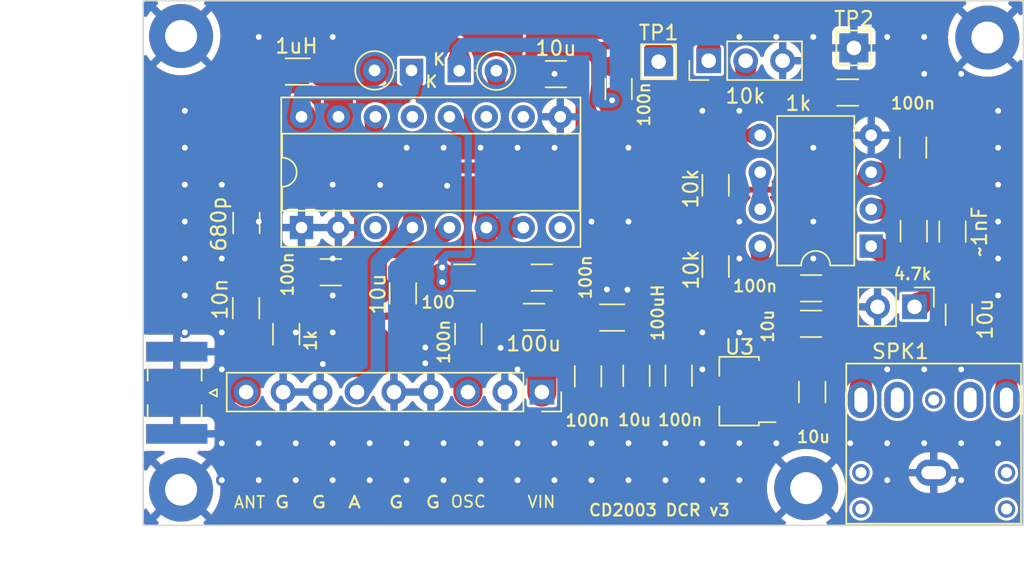
<source format=kicad_pcb>
(kicad_pcb (version 20221018) (generator pcbnew)
  (layers (0 "F.Cu" signal) (31 "B.Cu" signal) (34 "B.Paste" user) (35 "F.Paste" user) (36 "B.SilkS" user "B.Silkscreen") (37 "F.SilkS" user "F.Silkscreen") (38 "B.Mask" user) (39 "F.Mask" user) (44 "Edge.Cuts" user))
  (net 0 "")
  (net 1 "RX_OSC")
  (net 2 "+5V")
  (net 3 "Net-(U1-FM{slash}AM_SW)")
  (net 4 "Net-(D7-K)")
  (net 8 "GND")
  (net 10 "Net-(U1-AM_OSC)")
  (net 12 "RX_AUDIO")
  (net 13 "Net-(C11-Pad1)")
  (net 14 "Net-(C1-Pad2)")
  (net 15 "Net-(U2A-+)")
  (net 16 "Net-(U2A--)")
  (net 17 "+3.3V")
  (net 18 "Net-(U2B--)")
  (net 19 "Net-(RV1-Pad2)")
  (net 20 "5VCLEAN")
  (net 21 "Net-(J1-In)")
  (net 22 "Net-(J2-Pin_1)")
  (net 25 "Net-(U1-AGC)")
  (net 26 "Net-(C14-Pad2)")
  (footprint "TestPoint:TestPoint_THTPad_2.0x2.0mm_Drill1.0mm" (layer "F.Cu") (at 80.46 47.66)
    (fp_text reference "TP1" (at 0 -1.998) (layer "F.SilkS"))
    (fp_text value "Debug_Audio")
    (pad "1" thru_hole rect (at 0 0) (size 2 2) (drill 1) (layers "*.Cu" "*.Mask") (net 14 "Net-(C1-Pad2)"))
  )
  (footprint "Diode_THT:D_DO-35_SOD27_P2.54mm_Vertical_KathodeUp" (layer "F.Cu") (at 66.762 48.278)
    (fp_text reference "D8" hide)
    (fp_text value "1N4148" hide)
    (fp_text user "K" (at -1.382 -0.768) (layer "F.SilkS") (effects (font (size 0.8 0.8))))
    (pad "1" thru_hole rect (at 0 0) (size 1.6 1.6) (drill 0.8) (layers "*.Cu" "*.Mask") (net 20 "5VCLEAN"))
    (pad "2" thru_hole oval (at 2.54 0) (size 1.6 1.6) (drill 0.8) (layers "*.Cu" "*.Mask") (net 4 "Net-(D7-K)"))
  )
  (footprint "Capacitor_SMD:C_1206_3216Metric_Pad1.33x1.80mm_HandSolder" (layer "F.Cu") (at 75.612 69.2955 -90)
    (fp_text reference "C5" hide)
    (fp_text value "100n" (at 3.0345 0.032 180) (layer "F.SilkS") (effects (font (size 0.8 0.8))))
    (pad "1" smd roundrect (at -1.5625 0 270) (size 1.325 1.8) (layers "F.Cu" "F.Paste" "F.Mask") (roundrect_rratio 0.1886792453) (net 2 "+5V"))
    (pad "2" smd roundrect (at 1.5625 0 270) (size 1.325 1.8) (layers "F.Cu" "F.Paste" "F.Mask") (roundrect_rratio 0.1886792453) (net 8 "GND"))
  )
  (footprint "Connector_PinHeader_2.54mm:PinHeader_1x03_P2.54mm_Vertical" (layer "F.Cu") (at 83.9 47.59 90)
    (fp_text reference "RV1" hide)
    (fp_text value "10k" (at -2.432 2.518 180) (layer "F.SilkS"))
    (pad "1" thru_hole rect (at 0 0 90) (size 1.7 1.7) (drill 1) (layers "*.Cu" "*.Mask") (net 14 "Net-(C1-Pad2)"))
    (pad "2" thru_hole oval (at 0 2.54 90) (size 1.7 1.7) (drill 1) (layers "*.Cu" "*.Mask") (net 19 "Net-(RV1-Pad2)"))
    (pad "3" thru_hole oval (at 0 5.08 90) (size 1.7 1.7) (drill 1) (layers "*.Cu" "*.Mask") (net 8 "GND"))
  )
  (footprint "Connector_PinHeader_2.54mm:PinHeader_1x02_P2.54mm_Vertical" (layer "F.Cu") (at 98.044 64.516 -90)
    (fp_text reference "J2" hide)
    (fp_text value "Conn_01x02" hide)
    (pad "1" thru_hole rect (at 0 0 270) (size 1.7 1.7) (drill 1) (layers "*.Cu" "*.Mask") (net 22 "Net-(J2-Pin_1)"))
    (pad "2" thru_hole oval (at 0 2.54 270) (size 1.7 1.7) (drill 1) (layers "*.Cu" "*.Mask") (net 8 "GND"))
  )
  (footprint "Capacitor_SMD:C_1206_3216Metric_Pad1.33x1.80mm_HandSolder" (layer "F.Cu") (at 77.71 49.54 90)
    (fp_text reference "C8" hide)
    (fp_text value "100n" (at -1.06 1.75 90) (layer "F.SilkS") (effects (font (size 0.8 0.8))))
    (pad "1" smd roundrect (at -1.5625 0 90) (size 1.325 1.8) (layers "F.Cu" "F.Paste" "F.Mask") (roundrect_rratio 0.1886792453) (net 20 "5VCLEAN"))
    (pad "2" smd roundrect (at 1.5625 0 90) (size 1.325 1.8) (layers "F.Cu" "F.Paste" "F.Mask") (roundrect_rratio 0.1886792453) (net 8 "GND"))
  )
  (footprint "Capacitor_SMD:C_1206_3216Metric_Pad1.33x1.80mm_HandSolder" (layer "F.Cu") (at 57.942 62.138)
    (fp_text reference "C10" hide)
    (fp_text value "100n" (at -2.982 0.142 90) (layer "F.SilkS") (effects (font (size 0.8 0.8))))
    (pad "1" smd roundrect (at -1.5625 0) (size 1.325 1.8) (layers "F.Cu" "F.Paste" "F.Mask") (roundrect_rratio 0.1886792453) (net 8 "GND"))
    (pad "2" smd roundrect (at 1.5625 0) (size 1.325 1.8) (layers "F.Cu" "F.Paste" "F.Mask") (roundrect_rratio 0.1886792453) (net 3 "Net-(U1-FM{slash}AM_SW)"))
  )
  (footprint "Inductor_SMD:L_1206_3216Metric_Pad1.22x1.90mm_HandSolder" (layer "F.Cu") (at 55.672 48.338)
    (fp_text reference "L1" hide)
    (fp_text value "1uH" (at -0.092 -1.758) (layer "F.SilkS"))
    (pad "1" smd roundrect (at -1.6625 0) (size 1.225 1.9) (layers "F.Cu" "F.Paste" "F.Mask") (roundrect_rratio 0.2040816327) (net 4 "Net-(D7-K)"))
    (pad "2" smd roundrect (at 1.6625 0) (size 1.225 1.9) (layers "F.Cu" "F.Paste" "F.Mask") (roundrect_rratio 0.2040816327) (net 20 "5VCLEAN"))
  )
  (footprint "Capacitor_SMD:C_1206_3216Metric_Pad1.33x1.80mm_HandSolder" (layer "F.Cu") (at 52.137 58.7455 90)
    (fp_text reference "C11" hide)
    (fp_text value "680p" (at -0.0745 -1.897 90) (layer "F.SilkS"))
    (pad "1" smd roundrect (at -1.5625 0 90) (size 1.325 1.8) (layers "F.Cu" "F.Paste" "F.Mask") (roundrect_rratio 0.1886792453) (net 13 "Net-(C11-Pad1)"))
    (pad "2" smd roundrect (at 1.5625 0 90) (size 1.325 1.8) (layers "F.Cu" "F.Paste" "F.Mask") (roundrect_rratio 0.1886792453) (net 4 "Net-(D7-K)"))
  )
  (footprint "Capacitor_SMD:C_1206_3216Metric_Pad1.33x1.80mm_HandSolder" (layer "F.Cu") (at 71.8995 65.208 180)
    (fp_text reference "C6" hide)
    (fp_text value "100u" (at 0.0175 -1.848) (layer "F.SilkS"))
    (pad "1" smd roundrect (at -1.5625 0 180) (size 1.325 1.8) (layers "F.Cu" "F.Paste" "F.Mask") (roundrect_rratio 0.1886792453) (net 2 "+5V"))
    (pad "2" smd roundrect (at 1.5625 0 180) (size 1.325 1.8) (layers "F.Cu" "F.Paste" "F.Mask") (roundrect_rratio 0.1886792453) (net 8 "GND"))
  )
  (footprint "Resistor_SMD:R_1206_3216Metric_Pad1.30x1.75mm_HandSolder" (layer "F.Cu") (at 67.13 62.506)
    (fp_text reference "R14" hide)
    (fp_text value "100" (at -1.81 1.704) (layer "F.SilkS") (effects (font (size 0.8 0.8))))
    (pad "1" smd roundrect (at -1.55 0) (size 1.3 1.75) (layers "F.Cu" "F.Paste" "F.Mask") (roundrect_rratio 0.1923076923) (net 10 "Net-(U1-AM_OSC)"))
    (pad "2" smd roundrect (at 1.55 0) (size 1.3 1.75) (layers "F.Cu" "F.Paste" "F.Mask") (roundrect_rratio 0.1923076923) (net 20 "5VCLEAN"))
  )
  (footprint "Capacitor_SMD:C_1206_3216Metric_Pad1.33x1.80mm_HandSolder" (layer "F.Cu") (at 72.4285 62.506 180)
    (fp_text reference "C9" hide)
    (fp_text value "100n" (at -3.0095 0.022 90) (layer "F.SilkS") (effects (font (size 0.8 0.8))))
    (pad "1" smd roundrect (at -1.5625 0 180) (size 1.325 1.8) (layers "F.Cu" "F.Paste" "F.Mask") (roundrect_rratio 0.1886792453) (net 20 "5VCLEAN"))
    (pad "2" smd roundrect (at 1.5625 0 180) (size 1.325 1.8) (layers "F.Cu" "F.Paste" "F.Mask") (roundrect_rratio 0.1886792453) (net 8 "GND"))
  )
  (footprint "MountingHole:MountingHole_2.2mm_M2_Pad" (layer "F.Cu") (at 90.6 76.984 180)
    (fp_text reference "H2" hide)
    (fp_text value "MountingHole_Pad" hide)
    (pad "1" thru_hole circle (at 0 0 180) (size 4.4 4.4) (drill 2.2) (layers "*.Cu" "*.Mask") (net 8 "GND"))
  )
  (footprint "MountingHole:MountingHole_2.2mm_M2_Pad" (layer "F.Cu") (at 47.649274 77.087274)
    (fp_text reference "H4" hide)
    (fp_text value "MountingHole_Pad" hide)
    (pad "1" thru_hole circle (at 0 0) (size 4.4 4.4) (drill 2.2) (layers "*.Cu" "*.Mask") (net 8 "GND"))
  )
  (footprint "Capacitor_SMD:C_1206_3216Metric_Pad1.33x1.80mm_HandSolder" (layer "F.Cu") (at 78.937 69.258 -90)
    (fp_text reference "C3" hide)
    (fp_text value "10u" (at 3.04 0.127 180) (layer "F.SilkS") (effects (font (size 0.8 0.8))))
    (pad "1" smd roundrect (at -1.5625 0 270) (size 1.325 1.8) (layers "F.Cu" "F.Paste" "F.Mask") (roundrect_rratio 0.1886792453) (net 20 "5VCLEAN"))
    (pad "2" smd roundrect (at 1.5625 0 270) (size 1.325 1.8) (layers "F.Cu" "F.Paste" "F.Mask") (roundrect_rratio 0.1886792453) (net 8 "GND"))
  )
  (footprint "MountingHole:MountingHole_2.2mm_M2_Pad" (layer "F.Cu") (at 47.649274 45.892726 180)
    (fp_text reference "H1" hide)
    (fp_text value "MountingHole_Pad" hide)
    (pad "1" thru_hole circle (at 0 0 180) (size 4.4 4.4) (drill 2.2) (layers "*.Cu" "*.Mask") (net 8 "GND"))
  )
  (footprint "Inductor_SMD:L_1206_3216Metric_Pad1.22x1.90mm_HandSolder" (layer "F.Cu") (at 77.262 65.258)
    (fp_text reference "L2" hide)
    (fp_text value "100uH" (at 3.138 -0.338 90) (layer "F.SilkS") (effects (font (size 0.8 0.8))))
    (pad "1" smd roundrect (at -1.6625 0) (size 1.225 1.9) (layers "F.Cu" "F.Paste" "F.Mask") (roundrect_rratio 0.2040816327) (net 2 "+5V"))
    (pad "2" smd roundrect (at 1.6625 0) (size 1.225 1.9) (layers "F.Cu" "F.Paste" "F.Mask") (roundrect_rratio 0.2040816327) (net 20 "5VCLEAN"))
  )
  (footprint "footprints:PinSocket_1x09_P2.54mm_Vertical_Custom" (layer "F.Cu") (at 72.438 70.38 -90)
    (fp_text reference "JP1" hide)
    (fp_text value "Pin Header" hide)
    (pad "1" thru_hole rect (at 0 0 270) (size 1.7 1.7) (drill 1) (layers "*.Cu" "*.Mask") (net 2 "+5V"))
    (pad "2" thru_hole oval (at 0 2.54 270) (size 1.7 1.7) (drill 1) (layers "*.Cu" "*.Mask") (net 8 "GND"))
    (pad "3" thru_hole oval (at 0 5.08 270) (size 1.7 1.7) (drill 1) (layers "*.Cu" "*.Mask") (net 1 "RX_OSC"))
    (pad "4" thru_hole oval (at 0 7.62 270) (size 1.7 1.7) (drill 1) (layers "*.Cu" "*.Mask") (net 8 "GND"))
    (pad "5" thru_hole oval (at 0 10.16 270) (size 1.7 1.7) (drill 1) (layers "*.Cu" "*.Mask") (net 8 "GND"))
    (pad "6" thru_hole oval (at 0 12.7 270) (size 1.7 1.7) (drill 1) (layers "*.Cu" "*.Mask") (net 12 "RX_AUDIO"))
    (pad "7" thru_hole oval (at 0 15.24 270) (size 1.7 1.7) (drill 1) (layers "*.Cu" "*.Mask") (net 8 "GND"))
    (pad "8" thru_hole oval (at 0 17.78 270) (size 1.7 1.7) (drill 1) (layers "*.Cu" "*.Mask") (net 8 "GND"))
    (pad "9" thru_hole oval (at 0 20.32 270) (size 1.7 1.7) (drill 1) (layers "*.Cu" "*.Mask") (net 21 "Net-(J1-In)"))
  )
  (footprint "Capacitor_SMD:C_1206_3216Metric_Pad1.33x1.80mm_HandSolder" (layer "F.Cu") (at 90.9395 63.243)
    (fp_text reference "C12" hide)
    (fp_text value "100n" (at -3.8495 -0.153 180) (layer "F.SilkS") (effects (font (size 0.8 0.8))))
    (pad "1" smd roundrect (at -1.5625 0) (size 1.325 1.8) (layers "F.Cu" "F.Paste" "F.Mask") (roundrect_rratio 0.1886792453) (net 17 "+3.3V"))
    (pad "2" smd roundrect (at 1.5625 0) (size 1.325 1.8) (layers "F.Cu" "F.Paste" "F.Mask") (roundrect_rratio 0.1886792453) (net 8 "GND"))
  )
  (footprint "Capacitor_SMD:C_1206_3216Metric_Pad1.33x1.80mm_HandSolder" (layer "F.Cu") (at 97.942 53.57 90)
    (fp_text reference "C2" hide)
    (fp_text value "100n" (at 3.048 0 180) (layer "F.SilkS") (effects (font (size 0.8 0.8))))
    (pad "1" smd roundrect (at -1.5625 0 90) (size 1.325 1.8) (layers "F.Cu" "F.Paste" "F.Mask") (roundrect_rratio 0.1886792453) (net 15 "Net-(U2A-+)"))
    (pad "2" smd roundrect (at 1.5625 0 90) (size 1.325 1.8) (layers "F.Cu" "F.Paste" "F.Mask") (roundrect_rratio 0.1886792453) (net 8 "GND"))
  )
  (footprint "Capacitor_SMD:C_1206_3216Metric_Pad1.33x1.80mm_HandSolder" (layer "F.Cu") (at 91.012 70.378 -90)
    (fp_text reference "C13" hide)
    (fp_text value "10u" (at 3.082 -0.088 180) (layer "F.SilkS") (effects (font (size 0.8 0.8))))
    (pad "1" smd roundrect (at -1.5625 0 270) (size 1.325 1.8) (layers "F.Cu" "F.Paste" "F.Mask") (roundrect_rratio 0.1886792453) (net 17 "+3.3V"))
    (pad "2" smd roundrect (at 1.5625 0 270) (size 1.325 1.8) (layers "F.Cu" "F.Paste" "F.Mask") (roundrect_rratio 0.1886792453) (net 8 "GND"))
  )
  (footprint "Capacitor_SMD:C_1206_3216Metric_Pad1.33x1.80mm_HandSolder" (layer "F.Cu") (at 90.932 65.683 180)
    (fp_text reference "C15" hide)
    (fp_text value "10u" (at 2.972 -0.167 90) (layer "F.SilkS") (effects (font (size 0.8 0.8))))
    (pad "1" smd roundrect (at -1.5625 0 180) (size 1.325 1.8) (layers "F.Cu" "F.Paste" "F.Mask") (roundrect_rratio 0.1886792453) (net 8 "GND"))
    (pad "2" smd roundrect (at 1.5625 0 180) (size 1.325 1.8) (layers "F.Cu" "F.Paste" "F.Mask") (roundrect_rratio 0.1886792453) (net 17 "+3.3V"))
  )
  (footprint "TestPoint:TestPoint_THTPad_2.0x2.0mm_Drill1.0mm" (layer "F.Cu") (at 93.878 46.712)
    (fp_text reference "TP2" (at 0 -1.998) (layer "F.SilkS"))
    (fp_text value "GND" hide)
    (pad "1" thru_hole rect (at 0 0) (size 2 2) (drill 1) (layers "*.Cu" "*.Mask") (net 8 "GND"))
  )
  (footprint "Capacitor_SMD:C_1206_3216Metric_Pad1.33x1.80mm_HandSolder" (layer "F.Cu") (at 52.112 64.608 -90)
    (fp_text reference "C17" hide)
    (fp_text value "10n" (at -0.618 1.782 90) (layer "F.SilkS"))
    (pad "1" smd roundrect (at -1.5625 0 270) (size 1.325 1.8) (layers "F.Cu" "F.Paste" "F.Mask") (roundrect_rratio 0.1886792453) (net 13 "Net-(C11-Pad1)"))
    (pad "2" smd roundrect (at 1.5625 0 270) (size 1.325 1.8) (layers "F.Cu" "F.Paste" "F.Mask") (roundrect_rratio 0.1886792453) (net 21 "Net-(J1-In)"))
  )
  (footprint "Capacitor_SMD:C_1206_3216Metric_Pad1.33x1.80mm_HandSolder" (layer "F.Cu") (at 67.387 66.383 -90)
    (fp_text reference "C21" hide)
    (fp_text value "100n" (at 0.537 1.687 90) (layer "F.SilkS") (effects (font (size 0.8 0.8))))
    (pad "1" smd roundrect (at -1.5625 0 270) (size 1.325 1.8) (layers "F.Cu" "F.Paste" "F.Mask") (roundrect_rratio 0.1886792453) (net 10 "Net-(U1-AM_OSC)"))
    (pad "2" smd roundrect (at 1.5625 0 270) (size 1.325 1.8) (layers "F.Cu" "F.Paste" "F.Mask") (roundrect_rratio 0.1886792453) (net 1 "RX_OSC"))
  )
  (footprint "Capacitor_SMD:C_1206_3216Metric_Pad1.33x1.80mm_HandSolder" (layer "F.Cu") (at 62.89 63.5925 -90)
    (fp_text reference "C16" hide)
    (fp_text value " 10u" (at 0.4275 1.71 90) (layer "F.SilkS"))
    (pad "1" smd roundrect (at -1.5625 0 270) (size 1.325 1.8) (layers "F.Cu" "F.Paste" "F.Mask") (roundrect_rratio 0.1886792453) (net 25 "Net-(U1-AGC)"))
    (pad "2" smd roundrect (at 1.5625 0 270) (size 1.325 1.8) (layers "F.Cu" "F.Paste" "F.Mask") (roundrect_rratio 0.1886792453) (net 8 "GND"))
  )
  (footprint "Capacitor_SMD:C_1206_3216Metric_Pad1.33x1.80mm_HandSolder" (layer "F.Cu") (at 100.652 59.3455 90)
    (fp_text reference "C7" hide)
    (fp_text value "~1nF" (at 0 1.85 90) (layer "F.SilkS"))
    (pad "1" smd roundrect (at -1.5625 0 90) (size 1.325 1.8) (layers "F.Cu" "F.Paste" "F.Mask") (roundrect_rratio 0.1886792453) (net 22 "Net-(J2-Pin_1)"))
    (pad "2" smd roundrect (at 1.5625 0 90) (size 1.325 1.8) (layers "F.Cu" "F.Paste" "F.Mask") (roundrect_rratio 0.1886792453) (net 16 "Net-(U2A--)"))
  )
  (footprint "Resistor_SMD:R_1206_3216Metric_Pad1.30x1.75mm_HandSolder" (layer "F.Cu") (at 54.872 66.398 -90)
    (fp_text reference "R13" hide)
    (fp_text value "1k" (at 0.432 -1.678 90) (layer "F.SilkS") (effects (font (size 0.8 0.8))))
    (pad "1" smd roundrect (at -1.55 0 270) (size 1.3 1.75) (layers "F.Cu" "F.Paste" "F.Mask") (roundrect_rratio 0.1923076923) (net 13 "Net-(C11-Pad1)"))
    (pad "2" smd roundrect (at 1.55 0 270) (size 1.3 1.75) (layers "F.Cu" "F.Paste" "F.Mask") (roundrect_rratio 0.1923076923) (net 8 "GND"))
  )
  (footprint "Resistor_SMD:R_1206_3216Metric_Pad1.30x1.75mm_HandSolder" (layer "F.Cu") (at 84.376 61.744 90)
    (fp_text reference "R1" hide)
    (fp_text value "10k" (at -0.226 -1.676 90) (layer "F.SilkS"))
    (pad "1" smd roundrect (at -1.55 0 90) (size 1.3 1.75) (layers "F.Cu" "F.Paste" "F.Mask") (roundrect_rratio 0.1923076923) (net 17 "+3.3V"))
    (pad "2" smd roundrect (at 1.55 0 90) (size 1.3 1.75) (layers "F.Cu" "F.Paste" "F.Mask") (roundrect_rratio 0.1923076923) (net 15 "Net-(U2A-+)"))
  )
  (footprint "Resistor_SMD:R_1206_3216Metric_Pad1.30x1.75mm_HandSolder" (layer "F.Cu") (at 93.45 49.778 180)
    (fp_text reference "Rin1" hide)
    (fp_text value "1k" (at 3.382 -0.744) (layer "F.SilkS"))
    (pad "1" smd roundrect (at -1.55 0 180) (size 1.3 1.75) (layers "F.Cu" "F.Paste" "F.Mask") (roundrect_rratio 0.1923076923) (net 16 "Net-(U2A--)"))
    (pad "2" smd roundrect (at 1.55 0 180) (size 1.3 1.75) (layers "F.Cu" "F.Paste" "F.Mask") (roundrect_rratio 0.1923076923) (net 19 "Net-(RV1-Pad2)"))
  )
  (footprint "Connector_Coaxial:SMA_Samtec_SMA-J-P-X-ST-EM1_EdgeMount" (layer "F.Cu") (at 47.352 70.428 -90)
    (fp_text reference "J1" hide)
    (fp_text value "SMA Edge Mount" hide)
    (pad "1" smd rect (at 0 0.2 270) (size 1.27 3.6) (layers "F.Cu" "F.Paste" "F.Mask") (net 21 "Net-(J1-In)"))
    (pad "2" smd rect (at -2.825 0 270) (size 1.35 4.2) (layers "F.Cu" "F.Paste" "F.Mask") (net 8 "GND"))
    (pad "2" smd rect (at -2.825 0 270) (size 1.35 4.2) (layers "B.Cu" "B.Paste" "B.Mask") (net 8 "GND"))
    (pad "2" smd rect (at 2.825 0 270) (size 1.35 4.2) (layers "F.Cu" "F.Paste" "F.Mask") (net 8 "GND"))
    (pad "2" smd rect (at 2.825 0 270) (size 1.35 4.2) (layers "B.Cu" "B.Paste" "B.Mask") (net 8 "GND"))
  )
  (footprint "Resistor_SMD:R_1206_3216Metric_Pad1.30x1.75mm_HandSolder" (layer "F.Cu") (at 97.992 59.313 90)
    (fp_text reference "Rf1" hide)
    (fp_text value "4.7k" (at -2.947 -0.082) (layer "F.SilkS") (effects (font (size 0.8 0.8))))
    (pad "1" smd roundrect (at -1.55 0 90) (size 1.3 1.75) (layers "F.Cu" "F.Paste" "F.Mask") (roundrect_rratio 0.1923076923) (net 22 "Net-(J2-Pin_1)"))
    (pad "2" smd roundrect (at 1.55 0 90) (size 1.3 1.75) (layers "F.Cu" "F.Paste" "F.Mask") (roundrect_rratio 0.1923076923) (net 16 "Net-(U2A--)"))
  )
  (footprint "MountingHole:MountingHole_2.2mm_M2_Pad" (layer "F.Cu") (at 103.046 45.996)
    (fp_text reference "H3" hide)
    (fp_text value "MountingHole_Pad" hide)
    (pad "1" thru_hole circle (at 0 0) (size 4.4 4.4) (drill 2.2) (layers "*.Cu" "*.Mask") (net 8 "GND"))
  )
  (footprint "Capacitor_SMD:C_1206_3216Metric_Pad1.33x1.80mm_HandSolder" (layer "F.Cu") (at 73.406 48.514 180)
    (fp_text reference "C1" hide)
    (fp_text value "10u" (at 0 1.778) (layer "F.SilkS"))
    (pad "1" smd roundrect (at -1.5625 0 180) (size 1.325 1.8) (layers "F.Cu" "F.Paste" "F.Mask") (roundrect_rratio 0.1886792453) (net 12 "RX_AUDIO"))
    (pad "2" smd roundrect (at 1.5625 0 180) (size 1.325 1.8) (layers "F.Cu" "F.Paste" "F.Mask") (roundrect_rratio 0.1886792453) (net 14 "Net-(C1-Pad2)"))
  )
  (footprint "Resistor_SMD:R_1206_3216Metric_Pad1.30x1.75mm_HandSolder" (layer "F.Cu") (at 84.376 56.156 90)
    (fp_text reference "R2" hide)
    (fp_text value "10k" (at -0.234 -1.706 90) (layer "F.SilkS"))
    (pad "1" smd roundrect (at -1.55 0 90) (size 1.3 1.75) (layers "F.Cu" "F.Paste" "F.Mask") (roundrect_rratio 0.1923076923) (net 15 "Net-(U2A-+)"))
    (pad "2" smd roundrect (at 1.55 0 90) (size 1.3 1.75) (layers "F.Cu" "F.Paste" "F.Mask") (roundrect_rratio 0.1923076923) (net 8 "GND"))
  )
  (footprint "Diode_THT:D_DO-35_SOD27_P2.54mm_Vertical_KathodeUp" (layer "F.Cu") (at 63.482 48.258 180)
    (fp_text reference "D7" hide)
    (fp_text value "1N4148" hide)
    (fp_text user "K" (at -1.368 -0.782) (layer "F.SilkS") (effects (font (size 0.8 0.8))))
    (pad "1" thru_hole rect (at 0 0 180) (size 1.6 1.6) (drill 0.8) (layers "*.Cu" "*.Mask") (net 4 "Net-(D7-K)"))
    (pad "2" thru_hole oval (at 2.54 0 180) (size 1.6 1.6) (drill 0.8) (layers "*.Cu" "*.Mask") (net 20 "5VCLEAN"))
  )
  (footprint "Package_TO_SOT_SMD:SOT-89-3" (layer "F.Cu") (at 85.992 70.318 180)
    (fp_text reference "U3" (at -0.028 3.038 180) (layer "F.SilkS"))
    (fp_text value "HT7833 SOT89 3.3V 500mA LDO" hide)
    (pad "1" smd rect (at -1.95 -1.5 180) (size 1.3 0.9) (layers "F.Cu" "F.Paste" "F.Mask") (net 8 "GND"))
    (pad "2" smd custom (at -1.8625 0 180) (size 1.475 0.9) (layers "F.Cu" "F.Paste" "F.Mask") (net 20 "5VCLEAN") (options (clearance outline) (anchor rect)) (primitives (gr_poly (pts (xy 3.8625 0.8665) (xy 0.7375 0.8665) (xy 0.7375 -0.8665) (xy 3.8625 -0.8665)) (width 0) (fill yes))))
    (pad "3" smd rect (at -1.95 1.5 180) (size 1.3 0.9) (layers "F.Cu" "F.Paste" "F.Mask") (net 17 "+3.3V"))
  )
  (footprint "Capacitor_SMD:C_1206_3216Metric_Pad1.33x1.80mm_HandSolder" (layer "F.Cu") (at 81.84 69.2475 -90)
    (fp_text reference "C4" hide)
    (fp_text value "100n" (at 3.052 -0.103 -180) (layer "F.SilkS") (effects (font (size 0.8 0.8))))
    (pad "1" smd roundrect (at -1.5625 0 270) (size 1.325 1.8) (layers "F.Cu" "F.Paste" "F.Mask") (roundrect_rratio 0.1886792453) (net 20 "5VCLEAN"))
    (pad "2" smd roundrect (at 1.5625 0 270) (size 1.325 1.8) (layers "F.Cu" "F.Paste" "F.Mask") (roundrect_rratio 0.1886792453) (net 8 "GND"))
  )
  (footprint "Capacitor_SMD:C_1206_3216Metric_Pad1.33x1.80mm_HandSolder" (layer "F.Cu") (at 101.092 65.0625 -90)
    (fp_text reference "C14" hide)
    (fp_text value "10u" (at 0.2975 -1.808 90) (layer "F.SilkS"))
    (pad "1" smd roundrect (at -1.5625 0 270) (size 1.325 1.8) (layers "F.Cu" "F.Paste" "F.Mask") (roundrect_rratio 0.1886792453) (net 22 "Net-(J2-Pin_1)"))
    (pad "2" smd roundrect (at 1.5625 0 270) (size 1.325 1.8) (layers "F.Cu" "F.Paste" "F.Mask") (roundrect_rratio 0.1886792453) (net 26 "Net-(C14-Pad2)"))
  )
  (footprint "Package_DIP:DIP-16_W7.62mm_Socket" (layer "F.Cu") (at 55.922 59.068 90)
    (fp_text reference "U1" hide)
    (fp_text value "CD2003GB_GP" hide)
    (pad "1" thru_hole rect (at 0 0 90) (size 1.6 1.6) (drill 0.8) (layers "*.Cu" "*.Mask") (net 8 "GND"))
    (pad "2" thru_hole oval (at 0 2.54 90) (size 1.6 1.6) (drill 0.8) (layers "*.Cu" "*.Mask") (net 8 "GND"))
    (pad "3" thru_hole oval (at 0 5.08 90) (size 1.6 1.6) (drill 0.8) (layers "*.Cu" "*.Mask"))
    (pad "4" thru_hole oval (at 0 7.62 90) (size 1.6 1.6) (drill 0.8) (layers "*.Cu" "*.Mask") (net 12 "RX_AUDIO"))
    (pad "5" thru_hole oval (at 0 10.16 90) (size 1.6 1.6) (drill 0.8) (layers "*.Cu" "*.Mask") (net 25 "Net-(U1-AGC)"))
    (pad "6" thru_hole oval (at 0 12.7 90) (size 1.6 1.6) (drill 0.8) (layers "*.Cu" "*.Mask") (net 20 "5VCLEAN"))
    (pad "7" thru_hole oval (at 0 15.24 90) (size 1.6 1.6) (drill 0.8) (layers "*.Cu" "*.Mask") (net 20 "5VCLEAN"))
    (pad "8" thru_hole oval (at 0 17.78 90) (size 1.6 1.6) (drill 0.8) (layers "*.Cu" "*.Mask"))
    (pad "9" thru_hole oval (at 7.62 17.78 90) (size 1.6 1.6) (drill 0.8) (layers "*.Cu" "*.Mask") (net 8 "GND"))
    (pad "10" thru_hole oval (at 7.62 15.24 90) (size 1.6 1.6) (drill 0.8) (layers "*.Cu" "*.Mask"))
    (pad "11" thru_hole oval (at 7.62 12.7 90) (size 1.6 1.6) (drill 0.8) (layers "*.Cu" "*.Mask"))
    (pad "12" thru_hole oval (at 7.62 10.16 90) (size 1.6 1.6) (drill 0.8) (layers "*.Cu" "*.Mask") (net 10 "Net-(U1-AM_OSC)"))
    (pad "13" thru_hole oval (at 7.62 7.62 90) (size 1.6 1.6) (drill 0.8) (layers "*.Cu" "*.Mask"))
    (pad "14" thru_hole oval (at 7.62 5.08 90) (size 1.6 1.6) (drill 0.8) (layers "*.Cu" "*.Mask") (net 3 "Net-(U1-FM{slash}AM_SW)"))
    (pad "15" thru_hole oval (at 7.62 2.54 90) (size 1.6 1.6) (drill 0.8) (layers "*.Cu" "*.Mask") (net 20 "5VCLEAN"))
    (pad "16" thru_hole oval (at 7.62 0 90) (size 1.6 1.6) (drill 0.8) (layers "*.Cu" "*.Mask") (net 4 "Net-(D7-K)"))
  )
  (footprint "footprints:PJ-307_Modded" (layer "F.Cu") (at 99.362 72.92 90)
    (fp_text reference "SPK1" (at 5.334 -2.286 180) (layer "F.SilkS"))
    (fp_text value "SPEAKER")
    (pad "" np_thru_hole circle (at -5.5 -5 90) (size 1.2 1.2) (drill 0.762) (layers "*.Cu" "*.Mask"))
    (pad "" np_thru_hole circle (at -5.5 5 90) (size 1.2 1.2) (drill 0.762) (layers "*.Cu" "*.Mask"))
    (pad "" np_thru_hole circle (at -3 -5 90) (size 1.2 1.2) (drill 0.762) (layers "*.Cu" "*.Mask"))
    (pad "" np_thru_hole circle (at -3 5 90) (size 1.2 1.2) (drill 0.762) (layers "*.Cu" "*.Mask"))
    (pad "" np_thru_hole circle (at 2 0 90) (size 1.2 1.2) (drill 0.762) (layers "*.Cu" "*.Mask"))
    (pad "R" thru_hole oval (at 2 -5 90) (size 2.5 1.8) (drill oval 1.7 0.9) (layers "*.Cu" "*.Mask") (net 26 "Net-(C14-Pad2)"))
    (pad "RN" thru_hole oval (at 2 -2.5 90) (size 2.5 1.8) (drill oval 1.7 0.9) (layers "*.Cu" "*.Mask"))
    (pad "S" thru_hole oval (at -3 0 180) (size 2.5 1.8) (drill oval 1.7 0.9) (layers "*.Cu" "*.Mask") (net 8 "GND"))
    (pad "T" thru_hole oval (at 2 5 90) (size 2.5 1.8) (drill oval 1.7 0.9) (layers "*.Cu" "*.Mask") (net 26 "Net-(C14-Pad2)"))
    (pad "TN" thru_hole oval (at 2 2.5 90) (size 2.5 1.8) (drill oval 1.7 0.9) (layers "*.Cu" "*.Mask"))
  )
  (footprint "Package_DIP:DIP-8_W7.62mm" (layer "F.Cu") (at 95.062 60.343 180)
    (fp_text reference "U2" hide)
    (fp_text value "MCP6002" hide)
    (pad "1" thru_hole rect (at 0 0 180) (size 1.6 1.6) (drill 0.8) (layers "*.Cu" "*.Mask") (net 22 "Net-(J2-Pin_1)"))
    (pad "2" thru_hole oval (at 0 2.54 180) (size 1.6 1.6) (drill 0.8) (layers "*.Cu" "*.Mask") (net 16 "Net-(U2A--)"))
    (pad "3" thru_hole oval (at 0 5.08 180) (size 1.6 1.6) (drill 0.8) (layers "*.Cu" "*.Mask") (net 15 "Net-(U2A-+)"))
    (pad "4" thru_hole oval (at 0 7.62 180) (size 1.6 1.6) (drill 0.8) (layers "*.Cu" "*.Mask") (net 8 "GND"))
    (pad "5" thru_hole oval (at 7.62 7.62 180) (size 1.6 1.6) (drill 0.8) (layers "*.Cu" "*.Mask") (net 15 "Net-(U2A-+)"))
    (pad "6" thru_hole oval (at 7.62 5.08 180) (size 1.6 1.6) (drill 0.8) (layers "*.Cu" "*.Mask") (net 18 "Net-(U2B--)"))
    (pad "7" thru_hole oval (at 7.62 2.54 180) (size 1.6 1.6) (drill 0.8) (layers "*.Cu" "*.Mask") (net 18 "Net-(U2B--)"))
    (pad "8" thru_hole oval (at 7.62 0 180) (size 1.6 1.6) (drill 0.8) (layers "*.Cu" "*.Mask") (net 17 "+3.3V"))
  )
  (gr_rect (start 45.042 43.466) (end 105.524 79.546) (stroke (width 0.1)) (fill none) (layer "Edge.Cuts"))
  (gr_text "G  G  A" (at 53.99 78.42) (layer "F.SilkS") (effects (font (size 0.8 1)) (justify left bottom)))
  (gr_text "OSC" (at 67.38 77.91) (layer "F.SilkS") (effects (font (size 0.8 0.8) (thickness 0.12))))
  (gr_text "CD2003 DCR v3" (at 75.59 78.97) (layer "F.SilkS") (effects (font (size 0.8 0.8)) (justify left bottom)))
  (gr_text "ANT" (at 52.352 77.956) (layer "F.SilkS") (effects (font (size 0.8 0.8) (thickness 0.12))))
  (gr_text "G  G" (at 61.83 78.42) (layer "F.SilkS") (effects (font (size 0.8 1)) (justify left bottom)))
  (gr_text "VIN" (at 72.41 77.93) (layer "F.SilkS") (effects (font (size 0.8 0.8) (thickness 0.12))))
  (segment (start 67.358 67.9745) (end 67.387 67.9455) (width 2) (layer "F.Cu") (net 1))
  (segment (start 67.358 70.38) (end 67.358 67.9745) (width 2) (layer "F.Cu") (net 1))
  (segment (start 75.612 67.733) (end 75.612 65.2705) (width 2) (layer "F.Cu") (net 2))
  (segment (start 72.438 70.38) (end 72.438 67.908) (width 2) (layer "F.Cu") (net 2))
  (segment (start 72.613 67.733) (end 72.438 67.908) (width 2) (layer "F.Cu") (net 2))
  (segment (start 75.612 67.733) (end 72.613 67.733) (width 2) (layer "F.Cu") (net 2))
  (segment (start 75.612 65.2705) (end 75.5995 65.258) (width 2) (layer "F.Cu") (net 2))
  (segment (start 75.5995 65.258) (end 73.512 65.258) (width 2) (layer "F.Cu") (net 2))
  (segment (start 59.738 53.87) (end 59.738 57.934) (width 1) (layer "F.Cu") (net 3))
  (segment (start 61.002 52.606) (end 59.738 53.87) (width 1) (layer "F.Cu") (net 3))
  (segment (start 61.002 51.448) (end 61.002 52.606) (width 1) (layer "F.Cu") (net 3))
  (segment (start 59.484 62.506) (end 59.484 60.506) (width 1) (layer "F.Cu") (net 3))
  (segment (start 59.738 60.252) (end 59.738 57.934) (width 0.4) (layer "F.Cu") (net 3))
  (segment (start 59.484 60.506) (end 59.738 60.252) (width 1) (layer "F.Cu") (net 3))
  (segment (start 63.482 48.258) (end 63.482 49.378) (width 1) (layer "F.Cu") (net 4))
  (segment (start 55.922 56.498) (end 55.922 51.448) (width 1) (layer "F.Cu") (net 4))
  (segment (start 52.137 57.183) (end 55.237 57.183) (width 1) (layer "F.Cu") (net 4))
  (segment (start 63.482 49.378) (end 63.882 49.778) (width 1) (layer "F.Cu") (net 4))
  (segment (start 52.316 48.338) (end 51.864 48.79) (width 2) (layer "F.Cu") (net 4))
  (segment (start 55.237 57.183) (end 55.922 56.498) (width 1) (layer "F.Cu") (net 4))
  (segment (start 55.5115 51.0375) (end 55.922 51.448) (width 2) (layer "F.Cu") (net 4))
  (segment (start 51.864 51.0375) (end 55.5115 51.0375) (width 2) (layer "F.Cu") (net 4))
  (segment (start 54.0095 48.338) (end 52.316 48.338) (width 2) (layer "F.Cu") (net 4))
  (segment (start 69.302 49.698) (end 69.222 49.778) (width 1) (layer "F.Cu") (net 4))
  (segment (start 63.882 49.778) (end 69.222 49.778) (width 1) (layer "F.Cu") (net 4))
  (segment (start 51.864 51.0375) (end 51.864 48.79) (width 2) (layer "F.Cu") (net 4))
  (segment (start 69.302 48.278) (end 69.302 49.698) (width 1) (layer "F.Cu") (net 4))
  (segment (start 63.482 49.618) (end 63.482 48.258) (width 1) (layer "B.Cu") (net 4))
  (segment (start 55.928 49.806) (end 63.294 49.806) (width 1) (layer "B.Cu") (net 4))
  (segment (start 63.294 49.806) (end 63.482 49.618) (width 1) (layer "B.Cu") (net 4))
  (segment (start 55.922 49.812) (end 55.928 49.806) (width 1) (layer "B.Cu") (net 4))
  (segment (start 55.922 51.448) (end 55.922 49.812) (width 1) (layer "B.Cu") (net 4))
  (via (at 57.39 68.45) (size 0.8) (drill 0.4) (layers "F.Cu" "B.Cu") (net 8))
  (via (at 98.707 45.956) (size 0.8) (drill 0.4) (layers "F.Cu" "B.Cu") (net 8))
  (via (at 55.527 76.436) (size 0.8) (drill 0.4) (layers "F.Cu" "B.Cu") (net 8))
  (via (at 65.687 76.436) (size 0.8) (drill 0.4) (layers "F.Cu" "B.Cu") (net 8))
  (via (at 73.307 76.436) (size 0.8) (drill 0.4) (layers "F.Cu" "B.Cu") (net 8))
  (via (at 80.927 76.436) (size 0.8) (drill 0.4) (layers "F.Cu" "B.Cu") (net 8))
  (via (at 52.987 73.896) (size 0.8) (drill 0.4) (layers "F.Cu" "B.Cu") (net 8))
  (via (at 47.907 53.576) (size 0.8) (drill 0.4) (layers "F.Cu" "B.Cu") (net 8))
  (via (at 83.467 68.816) (size 0.8) (drill 0.4) (layers "F.Cu" "B.Cu") (net 8))
  (via (at 96.167 45.956) (size 0.8) (drill 0.4) (layers "F.Cu" "B.Cu") (net 8))
  (via (at 73.307 48.496) (size 0.8) (drill 0.4) (layers "F.Cu" "B.Cu") (net 8))
  (via (at 64.43 68.4) (size 0.8) (drill 0.4) (layers "F.Cu" "B.Cu") (net 8))
  (via (at 78.387 73.896) (size 0.8) (drill 0.4) (layers "F.Cu" "B.Cu") (net 8))
  (via (at 52.987 58.656) (size 0.8) (drill 0.4) (layers "F.Cu" "B.Cu") (net 8))
  (via (at 58.067 61.196) (size 0.8) (drill 0.4) (layers "F.Cu" "B.Cu") (net 8))
  (via (at 47.907 63.736) (size 0.8) (drill 0.4) (layers "F.Cu" "B.Cu") (net 8))
  (via (at 63.147 73.896) (size 0.8) (drill 0.4) (layers "F.Cu" "B.Cu") (net 8))
  (via (at 70.767 76.436) (size 0.8) (drill 0.4) (layers "F.Cu" "B.Cu") (net 8))
  (via (at 58.067 45.956) (size 0.8) (drill 0.4) (layers "F.Cu" "B.Cu") (net 8))
  (via (at 47.907 61.196) (size 0.8) (drill 0.4) (layers "F.Cu" "B.Cu") (net 8))
  (via (at 50.447 56.116) (size 0.8) (drill 0.4) (layers "F.Cu" "B.Cu") (net 8))
  (via (at 83.467 51.036) (size 0.8) (drill 0.4) (layers "F.Cu" "B.Cu") (net 8))
  (via (at 101.247 68.816) (size 0.8) (drill 0.4) (layers "F.Cu" "B.Cu") (net 8))
  (via (at 58.067 76.436) (size 0.8) (drill 0.4) (layers "F.Cu" "B.Cu") (net 8))
  (via (at 68.227 53.576) (size 0.8) (drill 0.4) (layers "F.Cu" "B.Cu") (net 8))
  (via (at 70.767 68.816) (size 0.8) (drill 0.4) (layers "F.Cu" "B.Cu") (net 8))
  (via (at 86.007 45.956) (size 0.8) (drill 0.4) (layers "F.Cu" "B.Cu") (net 8))
  (via (at 64.43 67.31) (size 0.8) (drill 0.4) (layers "F.Cu" "B.Cu") (net 8))
  (via (at 52.987 76.436) (size 0.8) (drill 0.4) (layers "F.Cu" "B.Cu") (net 8))
  (via (at 78.387 76.436) (size 0.8) (drill 0.4) (layers "F.Cu" "B.Cu") (net 8))
  (via (at 96.167 76.436) (size 0.8) (drill 0.4) (layers "F.Cu" "B.Cu") (net 8))
  (via (at 78.387 58.656) (size 0.8) (drill 0.4) (layers "F.Cu" "B.Cu") (net 8))
  (via (at 103.787 61.196) (size 0.8) (drill 0.4) (layers "F.Cu" "B.Cu") (net 8))
  (via (at 96.167 68.816) (size 0.8) (drill 0.4) (layers "F.Cu" "B.Cu") (net 8))
  (via (at 83.467 76.436) (size 0.8) (drill 0.4) (layers "F.Cu" "B.Cu") (net 8))
  (via (at 91.087 58.656) (size 0.8) (drill 0.4) (layers "F.Cu" "B.Cu") (net 8))
  (via (at 98.707 48.496) (size 0.8) (drill 0.4) (layers "F.Cu" "B.Cu") (net 8))
  (via (at 86.007 73.896) (size 0.8) (drill 0.4) (layers "F.Cu" "B.Cu") (net 8))
  (via (at 60.607 73.896) (size 0.8) (drill 0.4) (layers "F.Cu" "B.Cu") (net 8))
  (via (at 96.167 73.896) (size 0.8) (drill 0.4) (layers "F.Cu" "B.Cu") (net 8))
  (via (at 73.307 53.576) (size 0.8) (drill 0.4) (layers "F.Cu" "B.Cu") (net 8))
  (via (at 50.447 66.276) (size 0.8) (drill 0.4) (layers "F.Cu" "B.Cu") (net 8))
  (via (at 47.907 56.116) (size 0.8) (drill 0.4) (layers "F.Cu" "B.Cu") (net 8))
  (via (at 103.787 73.896) (size 0.8) (drill 0.4) (layers "F.Cu" "B.Cu") (net 8))
  (via (at 60.607 76.436) (size 0.8) (drill 0.4) (layers "F.Cu" "B.Cu") (net 8))
  (via (at 68.227 73.896) (size 0.8) (drill 0.4) (layers "F.Cu" "B.Cu") (net 8))
  (via (at 103.787 56.116) (size 0.8) (drill 0.4) (layers "F.Cu" "B.Cu") (net 8))
  (via (at 75.847 76.436) (size 0.8) (drill 0.4) (layers "F.Cu" "B.Cu") (net 8))
  (via (at 69.6 67.34) (size 0.8) (drill 0.4) (layers "F.Cu" "B.Cu") (net 8))
  (via (at 91.087 45.956) (size 0.8) (drill 0.4) (layers "F.Cu" "B.Cu") (net 8))
  (via (at 86.007 66.276) (size 0.8) (drill 0.4) (layers "F.Cu" "B.Cu") (net 8))
  (via (at 65.93 56.19) (size 0.8) (drill 0.4) (layers "F.Cu" "B.Cu") (net 8))
  (via (at 86.007 51.036) (size 0.8) (drill 0.4) (layers "F.Cu" "B.Cu") (net 8))
  (via (at 86.007 61.196) (size 0.8) (drill 0.4) (layers "F.Cu" "B.Cu") (net 8))
  (via (at 47.907 58.656) (size 0.8) (drill 0.4) (layers "F.Cu" "B.Cu") (net 8))
  (via (at 70.767 73.896) (size 0.8) (drill 0.4) (layers "F.Cu" "B.Cu") (net 8))
  (via (at 98.707 73.896) (size 0.8) (drill 0.4) (layers "F.Cu" "B.Cu") (net 8))
  (via (at 103.787 63.736) (size 0.8) (drill 0.4) (layers "F.Cu" "B.Cu") (net 8))
  (via (at 78.32 63.34) (size 0.8) (drill 0.4) (layers "F.Cu" "B.Cu") (net 8))
  (via (at 93.627 73.896) (size 0.8) (drill 0.4) (layers "F.Cu" "B.Cu") (net 8))
  (via (at 47.907 51.036) (size 0.8) (drill 0.4) (layers "F.Cu" "B.Cu") (net 8))
  (via (at 58.067 56.116) (size 0.8) (drill 0.4) (layers "F.Cu" "B.Cu") (net 8))
  (via (at 55.527 73.896) (size 0.8) (drill 0.4) (layers "F.Cu" "B.Cu") (net 8))
  (via (at 50.447 61.196) (size 0.8) (drill 0.4) (layers "F.Cu" "B.Cu") (net 8))
  (via (at 88.547 73.896) (size 0.8) (drill 0.4) (layers "F.Cu" "B.Cu") (net 8))
  (via (at 83.467 66.276) (size 0.8) (drill 0.4) (layers "F.Cu" "B.Cu") (net 8))
  (via (at 73.307 73.896) (size 0.8) (drill 0.4) (layers "F.Cu" "B.Cu") (net 8))
  (via (at 58.067 73.896) (size 0.8) (drill 0.4) (layers "F.Cu" "B.Cu") (net 8))
  (via (at 83.467 73.896) (size 0.8) (drill 0.4) (layers "F.Cu" "B.Cu") (net 8))
  (via (at 103.787 53.576) (size 0.8) (drill 0.4) (layers "F.Cu" "B.Cu") (net 8))
  (via (at 86.007 76.436) (size 0.8) (drill 0.4) (layers "F.Cu" "B.Cu") (net 8))
  (via (at 80.927 73.896) (size 0.8) (drill 0.4) (layers "F.Cu" "B.Cu") (net 8))
  (via (at 47.907 66.276) (size 0.8) (drill 0.4) (layers "F.Cu" "B.Cu") (net 8))
  (via (at 75.847 73.896) (size 0.8) (drill 0.4) (layers "F.Cu" "B.Cu") (net 8))
  (via (at 58.067 66.276) (size 0.8) (drill 0.4) (layers "F.Cu" "B.Cu") (net 8))
  (via (at 70.767 53.576) (size 0.8) (drill 0.4) (layers "F.Cu" "B.Cu") (net 8))
  (via (at 50.447 76.436) (size 0.8) (drill 0.4) (layers "F.Cu" "B.Cu") (net 8))
  (via (at 52.987 45.956) (size 0.8) (drill 0.4) (layers "F.Cu" "B.Cu") (net 8))
  (via (at 76.91 63.32) (size 0.8) (drill 0.4) (layers "F.Cu" "B.Cu") (net 8))
  (via (at 101.247 76.436) (size 0.8) (drill 0.4) (layers "F.Cu" "B.Cu") (net 8))
  (via (at 55.527 66.276) (size 0.8) (drill 0.4) (layers "F.Cu" "B.Cu") (net 8))
  (via (at 65.687 73.896) (size 0.8) (drill 0.4) (layers "F.Cu" "B.Cu") (net 8))
  (via (at 101.247 48.496) (size 0.8) (drill 0.4) (layers "F.Cu" "B.Cu") (net 8))
  (via (at 103.787 58.656) (size 0.8) (drill 0.4) (layers "F.Cu" "B.Cu") (net 8))
  (via (at 63.147 76.436) (size 0.8) (drill 0.4) (layers "F.Cu" "B.Cu") (net 8))
  (via (at 63.147 53.576) (size 0.8) (drill 0.4) (layers "F.Cu" "B.Cu") (net 8))
  (via (at 101.247 73.896) (size 0.8) (drill 0.4) (layers "F.Cu" "B.Cu") (net 8))
  (via (at 50.447 68.816) (size 0.8) (drill 0.4) (layers "F.Cu" "B.Cu") (net 8))
  (via (at 65.687 53.576) (size 0.8) (drill 0.4) (layers "F.Cu" "B.Cu") (net 8))
  (via (at 86.007 58.656) (size 0.8) (drill 0.4) (layers "F.Cu" "B.Cu") (net 8))
  (via (at 91.087 53.576) (size 0.8) (drill 0.4) (layers "F.Cu" "B.Cu") (net 8))
  (via (at 61.33 56.13) (size 0.8) (drill 0.4) (layers "F.Cu" "B.Cu") (net 8))
  (via (at 88.547 45.956) (size 0.8) (drill 0.4) (layers "F.Cu" "B.Cu") (net 8))
  (via (at 91.087 61.196) (size 0.8) (drill 0.4) (layers "F.Cu" "B.Cu") (net 8))
  (via (at 78.387 53.576) (size 0.8) (drill 0.4) (layers "F.Cu" "B.Cu") (net 8))
  (via (at 103.787 51.036) (size 0.8) (drill 0.4) (layers "F.Cu" "B.Cu") (net 8))
  (via (at 58.067 63.736) (size 0.8) (drill 0.4) (layers "F.Cu" "B.Cu") (net 8))
  (via (at 50.447 73.896) (size 0.8) (drill 0.4) (layers "F.Cu" "B.Cu") (net 8))
  (via (at 98.707 68.816) (size 0.8) (drill 0.4) (layers "F.Cu" "B.Cu") (net 8))
  (via (at 68.227 76.436) (size 0.8) (drill 0.4) (layers "F.Cu" "B.Cu") (net 8))
  (via (at 75.847 58.656) (size 0.8) (drill 0.4) (layers "F.Cu" "B.Cu") (net 8))
  (segment (start 65.587 62.808) (end 65.58 62.815) (width 2) (layer "F.Cu") (net 10))
  (segment (start 65.58 62.815) (end 65.58 64.251) (width 2) (layer "F.Cu") (net 10))
  (segment (start 65.58 64.251) (end 66.1495 64.8205) (width 2) (layer "F.Cu") (net 10))
  (segment (start 65.58 62.801) (end 65.587 62.808) (width 2) (layer "F.Cu") (net 10))
  (segment (start 65.58 62.506) (end 65.58 62.801) (width 2) (layer "F.Cu") (net 10))
  (segment (start 66.1495 64.8205) (end 67.387 64.8205) (width 2) (layer "F.Cu") (net 10))
  (via (at 65.587 61.808) (size 0.8) (drill 0.4) (layers "F.Cu" "B.Cu") (net 10))
  (via (at 65.587 62.808) (size 0.8) (drill 0.4) (layers "F.Cu" "B.Cu") (net 10))
  (segment (start 66.082 51.448) (end 67.372 52.738) (width 0.5) (layer "B.Cu") (net 10))
  (segment (start 66.082 51.268) (end 67.497 52.683) (width 0.25) (layer "B.Cu") (net 10))
  (segment (start 65.58 61.998) (end 65.58 62.506) (width 0.5) (layer "B.Cu") (net 10))
  (segment (start 65.58 61.236) (end 65.58 61.801) (width 0.5) (layer "B.Cu") (net 10))
  (segment (start 65.908 60.908) (end 65.58 61.236) (width 0.5) (layer "B.Cu") (net 10))
  (segment (start 67.372 52.738) (end 67.372 60.908) (width 0.5) (layer "B.Cu") (net 10))
  (segment (start 65.587 61.808) (end 65.58 61.815) (width 0.5) (layer "B.Cu") (net 10))
  (segment (start 65.58 61.815) (end 65.58 61.998) (width 0.5) (layer "B.Cu") (net 10))
  (segment (start 65.58 61.801) (end 65.587 61.808) (width 0.5) (layer "B.Cu") (net 10))
  (segment (start 67.372 60.908) (end 65.908 60.908) (width 0.5) (layer "B.Cu") (net 10))
  (segment (start 74.97 54.96) (end 75.13 54.8) (width 0.75) (layer "F.Cu") (net 12))
  (segment (start 75.13 54.8) (end 75.13 48.6755) (width 0.75) (layer "F.Cu") (net 12))
  (segment (start 63.74 54.96) (end 74.97 54.96) (width 0.75) (layer "F.Cu") (net 12))
  (segment (start 63.542 59.068) (end 63.542 55.158) (width 0.75) (layer "F.Cu") (net 12))
  (segment (start 63.542 55.158) (end 63.74 54.96) (width 0.75) (layer "F.Cu") (net 12))
  (segment (start 59.738 70.38) (end 61.17 68.948) (width 1) (layer "B.Cu") (net 12))
  (segment (start 61.17 68.948) (end 61.17 61.44) (width 1) (layer "B.Cu") (net 12))
  (segment (start 61.17 61.44) (end 63.542 59.068) (width 1) (layer "B.Cu") (net 12))
  (segment (start 54.3895 63.0455) (end 52.112 63.0455) (width 1) (layer "F.Cu") (net 13))
  (segment (start 54.872 64.848) (end 54.872 63.528) (width 1) (layer "F.Cu") (net 13))
  (segment (start 54.872 63.528) (end 54.3895 63.0455) (width 1) (layer "F.Cu") (net 13))
  (segment (start 52.137 63.0205) (end 52.112 63.0455) (width 2) (layer "F.Cu") (net 13))
  (segment (start 52.137 60.308) (end 52.137 63.0205) (width 2) (layer "F.Cu") (net 13))
  (segment (start 82.07 45.593) (end 82.937 45.593) (width 1) (layer "F.Cu") (net 14))
  (segment (start 83.9 45.79) (end 83.703 45.593) (width 1) (layer "F.Cu") (net 14))
  (segment (start 80.26 45.593) (end 82.07 45.593) (width 1) (layer "F.Cu") (net 14))
  (segment (start 80.26 45.593) (end 80.46 45.793) (width 1) (layer "F.Cu") (net 14))
  (segment (start 72.152 45.593) (end 80.26 45.593) (width 1) (layer "F.Cu") (net 14))
  (segment (start 80.46 45.793) (end 80.46 47.66) (width 1) (layer "F.Cu") (net 14))
  (segment (start 71.8435 48.514) (end 71.8435 45.9015) (width 1) (layer "F.Cu") (net 14))
  (segment (start 83.703 45.593) (end 82.07 45.593) (width 1) (layer "F.Cu") (net 14))
  (segment (start 83.9 47.59) (end 83.9 45.79) (width 1) (layer "F.Cu") (net 14))
  (segment (start 71.8435 45.9015) (end 72.152 45.593) (width 1) (layer "F.Cu") (net 14))
  (segment (start 84.577 56.463) (end 84.376 56.664) (width 0.4) (layer "F.Cu") (net 15))
  (segment (start 93.862 56.463) (end 86.004 56.463) (width 0.4) (layer "F.Cu") (net 15))
  (segment (start 84.376 56.664) (end 84.376 57.706) (width 0.4) (layer "F.Cu") (net 15))
  (segment (start 86.004 56.463) (end 86.004 52.808) (width 0.4) (layer "F.Cu") (net 15))
  (segment (start 86.089 52.723) (end 86.004 52.808) (width 0.4) (layer "F.Cu") (net 15))
  (segment (start 87.442 52.723) (end 86.089 52.723) (width 0.4) (layer "F.Cu") (net 15))
  (segment (start 86.004 56.463) (end 84.577 56.463) (width 0.4) (layer "F.Cu") (net 15))
  (segment (start 95.062 55.263) (end 98.0075 55.263) (width 1) (layer "F.Cu") (net 15))
  (segment (start 84.376 60.194) (end 84.376 57.706) (width 0.75) (layer "F.Cu") (net 15))
  (segment (start 95.062 55.263) (end 93.862 56.463) (width 0.4) (layer "F.Cu") (net 15))
  (segment (start 97.992 57.763) (end 100.632 57.763) (width 0.75) (layer "F.Cu") (net 16))
  (segment (start 100.652 50.202) (end 100.228 49.778) (width 0.75) (layer "F.Cu") (net 16))
  (segment (start 95 49.778) (end 100.228 49.778) (width 0.75) (layer "F.Cu") (net 16))
  (segment (start 95.062 57.803) (end 97.952 57.803) (width 1) (layer "F.Cu") (net 16))
  (segment (start 100.652 57.783) (end 100.652 50.202) (width 0.75) (layer "F.Cu") (net 16))
  (segment (start 89.202 68.818) (end 91.0095 68.818) (width 1) (layer "F.Cu") (net 17))
  (segment (start 87.528 63.294) (end 87.442 63.208) (width 0.75) (layer "F.Cu") (net 17))
  (segment (start 89.3695 65.683) (end 89.3695 68.6505) (width 1) (layer "F.Cu") (net 17))
  (segment (start 89.3695 68.6505) (end 89.202 68.818) (width 1) (layer "F.Cu") (net 17))
  (segment (start 89.3695 65.683) (end 89.3695 63.2505) (width 1) (layer "F.Cu") (net 17))
  (segment (start 84.376 63.294) (end 87.528 63.294) (width 0.75) (layer "F.Cu") (net 17))
  (segment (start 87.442 63.208) (end 87.442 60.343) (width 0.75) (layer "F.Cu") (net 17))
  (segment (start 87.942 68.818) (end 89.202 68.818) (width 1) (layer "F.Cu") (net 17))
  (segment (start 87.528 63.294) (end 89.326 63.294) (width 0.75) (layer "F.Cu") (net 17))
  (segment (start 87.442 55.263) (end 87.442 57.803) (width 0.75) (layer "B.Cu") (net 18))
  (segment (start 86.44 49.588) (end 86.63 49.778) (width 1) (layer "F.Cu") (net 19))
  (segment (start 86.63 49.778) (end 91.9 49.778) (width 1) (layer "F.Cu") (net 19))
  (segment (start 86.44 47.59) (end 86.44 49.588) (width 1) (layer "F.Cu") (net 19))
  (segment (start 58.462 48.344) (end 58.468 48.338) (width 2) (layer "F.Cu") (net 20))
  (segment (start 74.277 62.22) (end 81.027 62.22) (width 1) (layer "F.Cu") (net 20))
  (segment (start 57.3345 48.338) (end 58.468 48.338) (width 2) (layer "F.Cu") (net 20))
  (segment (start 68.622 59.068) (end 71.162 59.068) (width 1) (layer "F.Cu") (net 20))
  (segment (start 80.832 56.903) (end 81.037 57.108) (width 2) (layer "F.Cu") (net 20))
  (segment (start 81.037 57.108) (end 81.037 59.978) (width 2) (layer "F.Cu") (net 20))
  (segment (start 81.037 59.978) (end 81.037 51.253) (width 2) (layer "F.Cu") (net 20))
  (segment (start 77.772 56.903) (end 69.157 56.903) (width 1) (layer "F.Cu") (net 20))
  (segment (start 85.3545 67.6355) (end 85.3545 70.608) (width 1) (layer "F.Cu") (net 20))
  (segment (start 69.157 56.903) (end 68.622 57.438) (width 1) (layer "F.Cu") (net 20))
  (segment (start 78.9245 65.258) (end 78.9245 67.683) (width 2) (layer "F.Cu") (net 20))
  (segment (start 73.991 62.506) (end 73.991 61.897) (width 1) (layer "F.Cu") (net 20))
  (segment (start 80.2045 50.4205) (end 77.287 50.4205) (width 2) (layer "F.Cu") (net 20))
  (segment (start 78.9245 67.683) (end 78.937 67.6955) (width 2) (layer "F.Cu") (net 20))
  (segment (start 60.942 46.824) (end 60.942 48.258) (width 1) (layer "F.Cu") (net 20))
  (segment (start 81.732 67.6355) (end 78.997 67.6355) (width 1) (layer "F.Cu") (net 20))
  (segment (start 81.037 62.23) (end 81.037 64.908) (width 2) (layer "F.Cu") (net 20))
  (segment (start 81.027 62.22) (end 81.037 62.23) (width 1) (layer "F.Cu") (net 20))
  (segment (start 81.037 64.908) (end 80.687 65.258) (width 2) (layer "F.Cu") (net 20))
  (segment (start 81.037 51.253) (end 80.2045 50.4205) (width 2) (layer "F.Cu") (net 20))
  (segment (start 58.468 48.338) (end 60.862 48.338) (width 2) (layer "F.Cu") (net 20))
  (segment (start 66.762 48.278) (end 66.762 46.67) (width 1) (layer "F.Cu") (net 20))
  (segment (start 81.037 59.978) (end 81.037 62.23) (width 2) (layer "F.Cu") (net 20))
  (segment (start 68.622 59.068) (end 68.622 62.448) (width 1) (layer "F.Cu") (net 20))
  (segment (start 81.732 67.6355) (end 85.3545 67.6355) (width 1) (layer "F.Cu") (net 20))
  (segment (start 73.991 62.506) (end 74.277 62.22) (width 1) (layer "F.Cu") (net 20))
  (segment (start 66.596 46.504) (end 61.262 46.504) (width 1) (layer "F.Cu") (net 20))
  (segment (start 68.622 57.438) (end 68.622 59.068) (width 1) (layer "F.Cu") (net 20))
  (segment (start 77.772 56.903) (end 80.832 56.903) (width 2) (layer "F.Cu") (net 20))
  (segment (start 58.462 51.448) (end 58.462 48.344) (width 2) (layer "F.Cu") (net 20))
  (segment (start 66.762 46.67) (end 66.596 46.504) (width 1) (layer "F.Cu") (net 20))
  (segment (start 80.687 65.258) (end 78.9245 65.258) (width 2) (layer "F.Cu") (net 20))
  (segment (start 61.262 46.504) (end 60.942 46.824) (width 1) (layer "F.Cu") (net 20))
  (segment (start 60.862 48.338) (end 60.942 48.258) (width 2) (layer "F.Cu") (net 20))
  (via (at 77.264 50.314) (size 0.8) (drill 0.4) (layers "F.Cu" "B.Cu") (net 20))
  (segment (start 75.944 46.504) (end 76.4 46.96) (width 1) (layer "B.Cu") (net 20))
  (segment (start 76.4 46.96) (end 76.4 50.314) (width 1) (layer "B.Cu") (net 20))
  (segment (start 76.4 50.314) (end 77.264 50.314) (width 1) (layer "B.Cu") (net 20))
  (segment (start 66.762 48.278) (end 66.762 46.846) (width 1) (layer "B.Cu") (net 20))
  (segment (start 66.762 46.846) (end 67.104 46.504) (width 1) (layer "B.Cu") (net 20))
  (segment (start 67.104 46.504) (end 75.944 46.504) (width 1) (layer "B.Cu") (net 20))
  (segment (start 52.118 70.38) (end 52.118 66.1765) (width 2) (layer "F.Cu") (net 21))
  (segment (start 47.152 70.428) (end 52.07 70.428) (width 1) (layer "F.Cu") (net 21))
  (segment (start 52.118 66.1765) (end 52.112 66.1705) (width 2) (layer "F.Cu") (net 21))
  (segment (start 100.652 60.908) (end 100.652 63.06) (width 0.75) (layer "F.Cu") (net 22))
  (segment (start 95.062 60.343) (end 95.582 60.863) (width 1) (layer "F.Cu") (net 22))
  (segment (start 95.582 60.863) (end 97.992 60.863) (width 1) (layer "F.Cu") (net 22))
  (segment (start 100.652 60.908) (end 98.037 60.908) (width 0.75) (layer "F.Cu") (net 22))
  (segment (start 101.092 63.5) (end 99.06 63.5) (width 1) (layer "F.Cu") (net 22))
  (segment (start 100.652 63.06) (end 101.092 63.5) (width 0.75) (layer "F.Cu") (net 22))
  (segment (start 99.06 63.5) (end 98.044 64.516) (width 1) (layer "F.Cu") (net 22))
  (segment (start 62.81 62.34) (end 66.082 59.068) (width 0.75) (layer "F.Cu") (net 25))
  (segment (start 63.12 62.03) (end 66.082 59.068) (width 0.75) (layer "F.Cu") (net 25))
  (segment (start 100.632 66.6085) (end 94.7515 66.6085) (width 1) (layer "F.Cu") (net 26))
  (segment (start 94.362 66.998) (end 94.7515 66.6085) (width 1) (layer "F.Cu") (net 26))
  (segment (start 104.1495 66.6085) (end 100.632 66.6085) (width 1) (layer "F.Cu") (net 26))
  (segment (start 104.362 70.92) (end 104.362 66.821) (width 1) (layer "F.Cu") (net 26))
  (segment (start 94.362 70.92) (end 94.362 66.998) (width 1) (layer "F.Cu") (net 26))
  (segment (start 104.362 66.821) (end 104.1495 66.6085) (width 1) (layer "F.Cu") (net 26))
  (zone (net 8) (net_name "GND") (layer "F.Cu") (connect_pads (clearance 0.2)) (min_thickness 0.25) (fill yes (thermal_gap 0.5) (thermal_bridge_width 0.5))
    (polygon (pts (xy 45.006 43.456) (xy 45.006 79.524) (xy 105.458 79.524) (xy 105.458 43.456)))
  )
  (zone (net 8) (net_name "GND") (layer "B.Cu") (priority 1) (connect_pads (clearance 0.2)) (min_thickness 0.25) (fill yes (thermal_gap 0.5) (thermal_bridge_width 0.5))
    (polygon (pts (xy 45.006 43.456) (xy 45.006 79.524) (xy 105.458 79.524) (xy 105.458 43.456)))
  )
)
</source>
